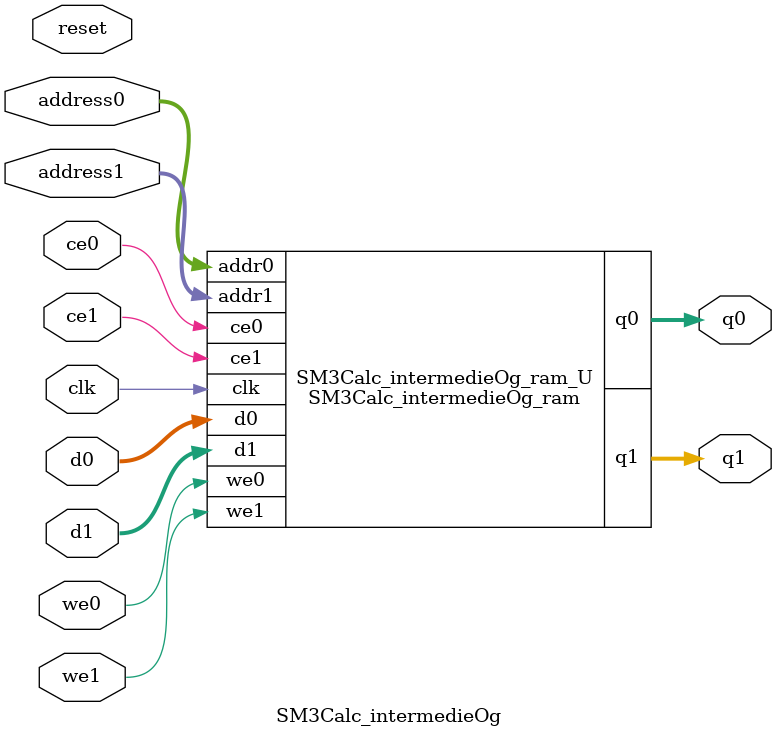
<source format=v>
`timescale 1 ns / 1 ps
module SM3Calc_intermedieOg_ram (addr0, ce0, d0, we0, q0, addr1, ce1, d1, we1, q1,  clk);

parameter DWIDTH = 32;
parameter AWIDTH = 3;
parameter MEM_SIZE = 8;

input[AWIDTH-1:0] addr0;
input ce0;
input[DWIDTH-1:0] d0;
input we0;
output reg[DWIDTH-1:0] q0;
input[AWIDTH-1:0] addr1;
input ce1;
input[DWIDTH-1:0] d1;
input we1;
output reg[DWIDTH-1:0] q1;
input clk;

(* ram_style = "block" *)reg [DWIDTH-1:0] ram[0:MEM_SIZE-1];




always @(posedge clk)  
begin 
    if (ce0) 
    begin
        if (we0) 
        begin 
            ram[addr0] <= d0; 
        end 
        q0 <= ram[addr0];
    end
end


always @(posedge clk)  
begin 
    if (ce1) 
    begin
        if (we1) 
        begin 
            ram[addr1] <= d1; 
        end 
        q1 <= ram[addr1];
    end
end


endmodule

`timescale 1 ns / 1 ps
module SM3Calc_intermedieOg(
    reset,
    clk,
    address0,
    ce0,
    we0,
    d0,
    q0,
    address1,
    ce1,
    we1,
    d1,
    q1);

parameter DataWidth = 32'd32;
parameter AddressRange = 32'd8;
parameter AddressWidth = 32'd3;
input reset;
input clk;
input[AddressWidth - 1:0] address0;
input ce0;
input we0;
input[DataWidth - 1:0] d0;
output[DataWidth - 1:0] q0;
input[AddressWidth - 1:0] address1;
input ce1;
input we1;
input[DataWidth - 1:0] d1;
output[DataWidth - 1:0] q1;



SM3Calc_intermedieOg_ram SM3Calc_intermedieOg_ram_U(
    .clk( clk ),
    .addr0( address0 ),
    .ce0( ce0 ),
    .we0( we0 ),
    .d0( d0 ),
    .q0( q0 ),
    .addr1( address1 ),
    .ce1( ce1 ),
    .we1( we1 ),
    .d1( d1 ),
    .q1( q1 ));

endmodule


</source>
